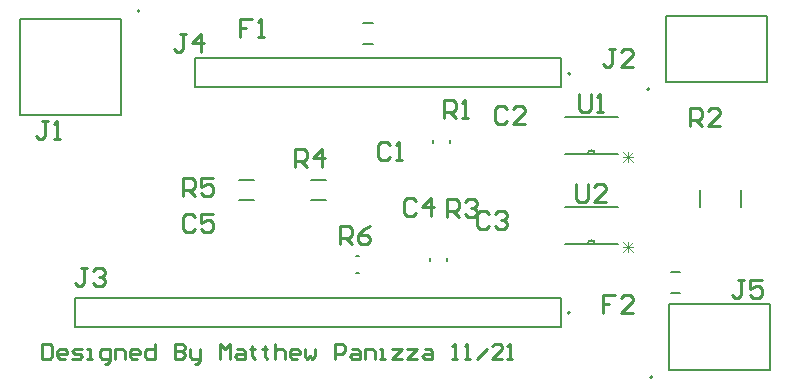
<source format=gto>
G04*
G04 #@! TF.GenerationSoftware,Altium Limited,Altium Designer,21.6.4 (81)*
G04*
G04 Layer_Color=65535*
%FSLAX25Y25*%
%MOIN*%
G70*
G04*
G04 #@! TF.SameCoordinates,CDACAC81-B456-474A-B871-3F5FD81D5149*
G04*
G04*
G04 #@! TF.FilePolarity,Positive*
G04*
G01*
G75*
%ADD10C,0.00787*%
%ADD11C,0.00600*%
%ADD12C,0.00500*%
%ADD13C,0.01000*%
%ADD14C,0.00300*%
D10*
X183937Y99606D02*
G03*
X183937Y99606I-394J0D01*
G01*
X210394Y94437D02*
G03*
X210394Y94437I-394J0D01*
G01*
X40394Y120563D02*
G03*
X40394Y120563I-394J0D01*
G01*
X211394Y-1563D02*
G03*
X211394Y-1563I-394J0D01*
G01*
X183858Y20000D02*
G03*
X183858Y20000I-394J0D01*
G01*
X58996Y95256D02*
Y104744D01*
X181004D01*
X58996Y95256D02*
X181004D01*
Y104744D01*
X215984Y96996D02*
Y119004D01*
X249488Y96996D02*
Y119004D01*
X215984Y96996D02*
X249488D01*
X215984Y119004D02*
X249488D01*
X34016Y85996D02*
Y118004D01*
X512Y85996D02*
Y118004D01*
X34016D01*
X512Y85996D02*
X34016D01*
X216984Y996D02*
Y23004D01*
X250488Y996D02*
Y23004D01*
X216984Y996D02*
X250488D01*
X216984Y23004D02*
X250488D01*
X181004Y15256D02*
Y24744D01*
X18996D02*
X181004D01*
X18996Y15256D02*
Y24744D01*
Y15256D02*
X181004D01*
D11*
X192200Y42900D02*
G03*
X189800Y42900I-1200J0D01*
G01*
X192200Y72900D02*
G03*
X189800Y72900I-1200J0D01*
G01*
X182150Y42900D02*
X199850D01*
X182150Y55100D02*
X199850D01*
X182150Y85100D02*
X199850D01*
X182150Y72900D02*
X199850D01*
D12*
X240693Y55244D02*
Y60756D01*
X227307Y55244D02*
Y60756D01*
X114894Y109496D02*
X118122D01*
X114894Y116504D02*
X118122D01*
X217386Y33504D02*
X220614D01*
X217386Y26496D02*
X220614D01*
X138244Y76528D02*
Y77472D01*
X143756Y76528D02*
Y77472D01*
X142756Y37209D02*
Y38153D01*
X137244Y37209D02*
Y38153D01*
X112528Y33244D02*
X113472D01*
X112528Y38756D02*
X113472D01*
X97559Y64346D02*
X102441D01*
X97559Y57653D02*
X102441D01*
X73559D02*
X78441D01*
X73559Y64346D02*
X78441D01*
D13*
X8000Y9664D02*
Y4666D01*
X10499D01*
X11332Y5499D01*
Y8831D01*
X10499Y9664D01*
X8000D01*
X15498Y4666D02*
X13831D01*
X12998Y5499D01*
Y7165D01*
X13831Y7998D01*
X15498D01*
X16331Y7165D01*
Y6332D01*
X12998D01*
X17997Y4666D02*
X20496D01*
X21329Y5499D01*
X20496Y6332D01*
X18830D01*
X17997Y7165D01*
X18830Y7998D01*
X21329D01*
X22995Y4666D02*
X24661D01*
X23828D01*
Y7998D01*
X22995D01*
X28827Y3000D02*
X29660D01*
X30493Y3833D01*
Y7998D01*
X27994D01*
X27161Y7165D01*
Y5499D01*
X27994Y4666D01*
X30493D01*
X32159D02*
Y7998D01*
X34658D01*
X35491Y7165D01*
Y4666D01*
X39656D02*
X37990D01*
X37157Y5499D01*
Y7165D01*
X37990Y7998D01*
X39656D01*
X40490Y7165D01*
Y6332D01*
X37157D01*
X45488Y9664D02*
Y4666D01*
X42989D01*
X42156Y5499D01*
Y7165D01*
X42989Y7998D01*
X45488D01*
X52152Y9664D02*
Y4666D01*
X54651D01*
X55485Y5499D01*
Y6332D01*
X54651Y7165D01*
X52152D01*
X54651D01*
X55485Y7998D01*
Y8831D01*
X54651Y9664D01*
X52152D01*
X57151Y7998D02*
Y5499D01*
X57984Y4666D01*
X60483D01*
Y3833D01*
X59650Y3000D01*
X58817D01*
X60483Y4666D02*
Y7998D01*
X67147Y4666D02*
Y9664D01*
X68814Y7998D01*
X70480Y9664D01*
Y4666D01*
X72979Y7998D02*
X74645D01*
X75478Y7165D01*
Y4666D01*
X72979D01*
X72146Y5499D01*
X72979Y6332D01*
X75478D01*
X77977Y8831D02*
Y7998D01*
X77144D01*
X78810D01*
X77977D01*
Y5499D01*
X78810Y4666D01*
X82143Y8831D02*
Y7998D01*
X81310D01*
X82976D01*
X82143D01*
Y5499D01*
X82976Y4666D01*
X85475Y9664D02*
Y4666D01*
Y7165D01*
X86308Y7998D01*
X87974D01*
X88807Y7165D01*
Y4666D01*
X92972D02*
X91306D01*
X90473Y5499D01*
Y7165D01*
X91306Y7998D01*
X92972D01*
X93805Y7165D01*
Y6332D01*
X90473D01*
X95472Y7998D02*
Y5499D01*
X96305Y4666D01*
X97138Y5499D01*
X97971Y4666D01*
X98804Y5499D01*
Y7998D01*
X105468Y4666D02*
Y9664D01*
X107968D01*
X108801Y8831D01*
Y7165D01*
X107968Y6332D01*
X105468D01*
X111300Y7998D02*
X112966D01*
X113799Y7165D01*
Y4666D01*
X111300D01*
X110467Y5499D01*
X111300Y6332D01*
X113799D01*
X115465Y4666D02*
Y7998D01*
X117964D01*
X118797Y7165D01*
Y4666D01*
X120464D02*
X122130D01*
X121297D01*
Y7998D01*
X120464D01*
X124629D02*
X127961D01*
X124629Y4666D01*
X127961D01*
X129627Y7998D02*
X132959D01*
X129627Y4666D01*
X132959D01*
X135459Y7998D02*
X137125D01*
X137958Y7165D01*
Y4666D01*
X135459D01*
X134626Y5499D01*
X135459Y6332D01*
X137958D01*
X144622Y4666D02*
X146289D01*
X145456D01*
Y9664D01*
X144622Y8831D01*
X148788Y4666D02*
X150454D01*
X149621D01*
Y9664D01*
X148788Y8831D01*
X152953Y4666D02*
X156285Y7998D01*
X161284Y4666D02*
X157951D01*
X161284Y7998D01*
Y8831D01*
X160451Y9664D01*
X158784D01*
X157951Y8831D01*
X162950Y4666D02*
X164616D01*
X163783D01*
Y9664D01*
X162950Y8831D01*
X56000Y112999D02*
X54001D01*
X55001D01*
Y108001D01*
X54001Y107001D01*
X53001D01*
X52002Y108001D01*
X60999Y107001D02*
Y112999D01*
X58000Y110000D01*
X61998D01*
X199000Y107999D02*
X197001D01*
X198001D01*
Y103001D01*
X197001Y102001D01*
X196001D01*
X195002Y103001D01*
X204998Y102001D02*
X201000D01*
X204998Y106000D01*
Y106999D01*
X203999Y107999D01*
X201999D01*
X201000Y106999D01*
X186002Y62999D02*
Y58001D01*
X187001Y57001D01*
X189001D01*
X190000Y58001D01*
Y62999D01*
X195998Y57001D02*
X192000D01*
X195998Y61000D01*
Y61999D01*
X194999Y62999D01*
X192999D01*
X192000Y61999D01*
X199000Y25999D02*
X195002D01*
Y23000D01*
X197001D01*
X195002D01*
Y20001D01*
X204998D02*
X201000D01*
X204998Y24000D01*
Y24999D01*
X203999Y25999D01*
X201999D01*
X201000Y24999D01*
X224000Y82200D02*
Y88198D01*
X226999D01*
X227999Y87198D01*
Y85199D01*
X226999Y84199D01*
X224000D01*
X225999D02*
X227999Y82200D01*
X233997D02*
X229998D01*
X233997Y86199D01*
Y87198D01*
X232997Y88198D01*
X230998D01*
X229998Y87198D01*
X187001Y92999D02*
Y88001D01*
X188001Y87001D01*
X190000D01*
X191000Y88001D01*
Y92999D01*
X192999Y87001D02*
X194999D01*
X193999D01*
Y92999D01*
X192999Y91999D01*
X107300Y42900D02*
Y48898D01*
X110299D01*
X111299Y47898D01*
Y45899D01*
X110299Y44899D01*
X107300D01*
X109299D02*
X111299Y42900D01*
X117297Y48898D02*
X115297Y47898D01*
X113298Y45899D01*
Y43900D01*
X114298Y42900D01*
X116297D01*
X117297Y43900D01*
Y44899D01*
X116297Y45899D01*
X113298D01*
X55002Y59001D02*
Y64999D01*
X58001D01*
X59000Y63999D01*
Y62000D01*
X58001Y61000D01*
X55002D01*
X57001D02*
X59000Y59001D01*
X64998Y64999D02*
X61000D01*
Y62000D01*
X62999Y63000D01*
X63999D01*
X64998Y62000D01*
Y60001D01*
X63999Y59001D01*
X61999D01*
X61000Y60001D01*
X92100Y68500D02*
Y74498D01*
X95099D01*
X96099Y73498D01*
Y71499D01*
X95099Y70499D01*
X92100D01*
X94099D02*
X96099Y68500D01*
X101097D02*
Y74498D01*
X98098Y71499D01*
X102097D01*
X143002Y52001D02*
Y57999D01*
X146001D01*
X147000Y56999D01*
Y55000D01*
X146001Y54000D01*
X143002D01*
X145001D02*
X147000Y52001D01*
X149000Y56999D02*
X149999Y57999D01*
X151999D01*
X152998Y56999D01*
Y56000D01*
X151999Y55000D01*
X150999D01*
X151999D01*
X152998Y54000D01*
Y53001D01*
X151999Y52001D01*
X149999D01*
X149000Y53001D01*
X142001Y85001D02*
Y90999D01*
X145000D01*
X146000Y89999D01*
Y88000D01*
X145000Y87000D01*
X142001D01*
X144001D02*
X146000Y85001D01*
X147999D02*
X149999D01*
X148999D01*
Y90999D01*
X147999Y89999D01*
X242000Y30999D02*
X240001D01*
X241001D01*
Y26001D01*
X240001Y25001D01*
X239001D01*
X238002Y26001D01*
X247998Y30999D02*
X244000D01*
Y28000D01*
X245999Y29000D01*
X246999D01*
X247998Y28000D01*
Y26001D01*
X246999Y25001D01*
X244999D01*
X244000Y26001D01*
X22899Y34798D02*
X20899D01*
X21899D01*
Y29800D01*
X20899Y28800D01*
X19900D01*
X18900Y29800D01*
X24898Y33798D02*
X25898Y34798D01*
X27897D01*
X28897Y33798D01*
Y32799D01*
X27897Y31799D01*
X26897D01*
X27897D01*
X28897Y30799D01*
Y29800D01*
X27897Y28800D01*
X25898D01*
X24898Y29800D01*
X10000Y83999D02*
X8001D01*
X9000D01*
Y79001D01*
X8001Y78001D01*
X7001D01*
X6001Y79001D01*
X11999Y78001D02*
X13999D01*
X12999D01*
Y83999D01*
X11999Y82999D01*
X78000Y117999D02*
X74001D01*
Y115000D01*
X76001D01*
X74001D01*
Y112001D01*
X79999D02*
X81999D01*
X80999D01*
Y117999D01*
X79999Y116999D01*
X59000Y51999D02*
X58001Y52999D01*
X56001D01*
X55002Y51999D01*
Y48001D01*
X56001Y47001D01*
X58001D01*
X59000Y48001D01*
X64998Y52999D02*
X61000D01*
Y50000D01*
X62999Y51000D01*
X63999D01*
X64998Y50000D01*
Y48001D01*
X63999Y47001D01*
X61999D01*
X61000Y48001D01*
X132599Y57198D02*
X131599Y58198D01*
X129600D01*
X128600Y57198D01*
Y53200D01*
X129600Y52200D01*
X131599D01*
X132599Y53200D01*
X137597Y52200D02*
Y58198D01*
X134598Y55199D01*
X138597D01*
X157000Y52999D02*
X156001Y53999D01*
X154001D01*
X153002Y52999D01*
Y49001D01*
X154001Y48001D01*
X156001D01*
X157000Y49001D01*
X159000Y52999D02*
X159999Y53999D01*
X161999D01*
X162998Y52999D01*
Y52000D01*
X161999Y51000D01*
X160999D01*
X161999D01*
X162998Y50000D01*
Y49001D01*
X161999Y48001D01*
X159999D01*
X159000Y49001D01*
X163000Y87999D02*
X162001Y88999D01*
X160001D01*
X159002Y87999D01*
Y84001D01*
X160001Y83001D01*
X162001D01*
X163000Y84001D01*
X168998Y83001D02*
X165000D01*
X168998Y87000D01*
Y87999D01*
X167999Y88999D01*
X165999D01*
X165000Y87999D01*
X124000Y75999D02*
X123000Y76999D01*
X121001D01*
X120001Y75999D01*
Y72001D01*
X121001Y71001D01*
X123000D01*
X124000Y72001D01*
X125999Y71001D02*
X127999D01*
X126999D01*
Y76999D01*
X125999Y75999D01*
D14*
X204750Y40096D02*
X201418Y43428D01*
X204750D02*
X201418Y40096D01*
X204750Y41762D02*
X201418D01*
X203084Y43428D02*
Y40096D01*
X204750Y70096D02*
X201418Y73428D01*
X204750D02*
X201418Y70096D01*
X204750Y71762D02*
X201418D01*
X203084Y73428D02*
Y70096D01*
M02*

</source>
